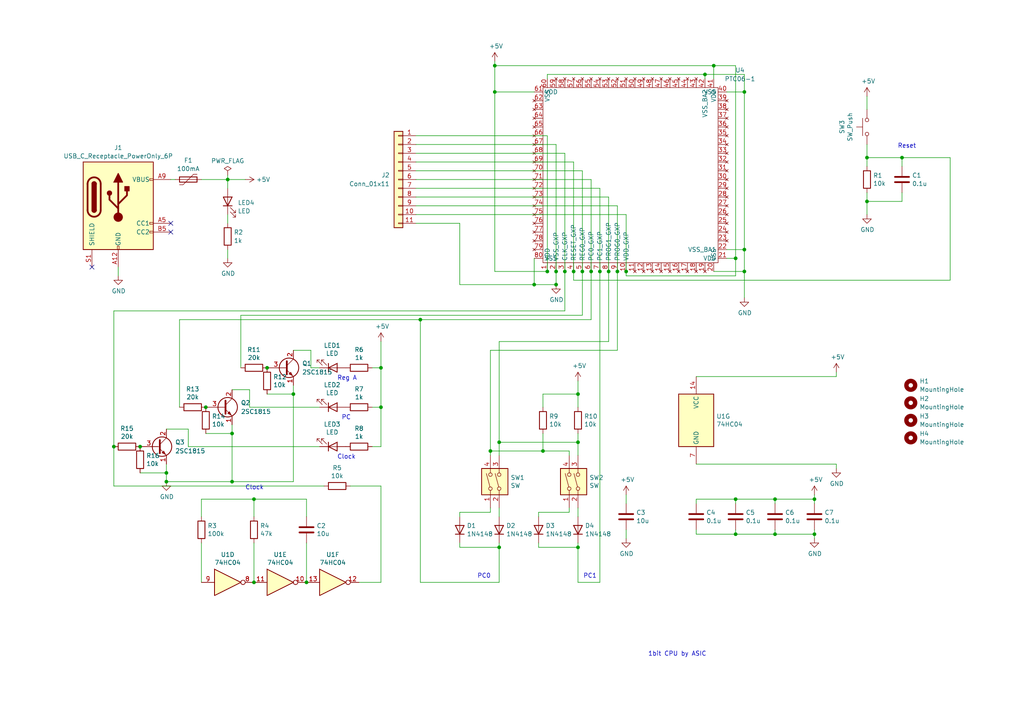
<source format=kicad_sch>
(kicad_sch (version 20231120) (generator "eeschema") (generator_version "8.0")
  (paper "A4")
  (lib_symbols
    (symbol "1bit-cpu-rescue:PTC06-1_GxP"
      (property "Reference" "U" (at 0 0 0))
      (property "Value" "PTC06-1" (at 3.81 -2.032 0))
      (symbol "PTC06-1_GxP_0_1"
        (rectangle (start -25.4 26.67) (end 25.4 -24.13))
      )
      (symbol "PTC06-1_GxP_1_0"
        (pin power_in line (at -24.13 -26.67 90) (length 2.54) (name "VDD") (number "1"))
        (pin power_out line (at -1.27 -26.67 90) (length 2.54) (name "VDD_GXP") (number "10"))
        (pin no_connect line (at 1.27 -26.67 90) (length 2.54) (name "") (number "11"))
        (pin no_connect line (at 3.81 -26.67 90) (length 2.54) (name "") (number "12"))
        (pin no_connect line (at 6.35 -26.67 90) (length 2.54) (name "") (number "13"))
        (pin no_connect line (at 8.89 -26.67 90) (length 2.54) (name "") (number "14"))
        (pin no_connect line (at 11.43 -26.67 90) (length 2.54) (name "") (number "15"))
        (pin no_connect line (at 13.97 -26.67 90) (length 2.54) (name "") (number "16"))
        (pin no_connect line (at 16.51 -26.67 90) (length 2.54) (name "") (number "17"))
        (pin no_connect line (at 19.05 -26.67 90) (length 2.54) (name "") (number "18"))
        (pin no_connect line (at 21.59 -26.67 90) (length 2.54) (name "") (number "19"))
        (pin power_in line (at -21.59 -26.67 90) (length 2.54) (name "VSS_GXP") (number "2"))
        (pin power_in line (at 24.13 -26.67 90) (length 2.54) (name "VSS") (number "20"))
        (pin power_in line (at 27.94 -22.86 180) (length 2.54) (name "VDD") (number "21"))
        (pin power_in line (at 27.94 -20.32 180) (length 2.54) (name "VSS_BA1") (number "22"))
        (pin no_connect line (at 27.94 -17.78 180) (length 2.54) (name "") (number "23"))
        (pin no_connect line (at 27.94 -15.24 180) (length 2.54) (name "") (number "24"))
        (pin no_connect line (at 27.94 -12.7 180) (length 2.54) (name "") (number "25"))
        (pin no_connect line (at 27.94 -10.16 180) (length 2.54) (name "") (number "26"))
        (pin no_connect line (at 27.94 -7.62 180) (length 2.54) (name "") (number "27"))
        (pin no_connect line (at 27.94 -5.08 180) (length 2.54) (name "") (number "28"))
        (pin no_connect line (at 27.94 -2.54 180) (length 2.54) (name "") (number "29"))
        (pin input line (at -19.05 -26.67 90) (length 2.54) (name "CLK_GXP") (number "3"))
        (pin no_connect line (at 27.94 0 180) (length 2.54) (name "") (number "30"))
        (pin no_connect line (at 27.94 2.54 180) (length 2.54) (name "") (number "31"))
        (pin no_connect line (at 27.94 5.08 180) (length 2.54) (name "") (number "32"))
        (pin no_connect line (at 27.94 7.62 180) (length 2.54) (name "") (number "33"))
        (pin no_connect line (at 27.94 10.16 180) (length 2.54) (name "") (number "34"))
        (pin no_connect line (at 27.94 12.7 180) (length 2.54) (name "") (number "35"))
        (pin no_connect line (at 27.94 15.24 180) (length 2.54) (name "") (number "36"))
        (pin no_connect line (at 27.94 17.78 180) (length 2.54) (name "") (number "37"))
        (pin no_connect line (at 27.94 20.32 180) (length 2.54) (name "") (number "38"))
        (pin no_connect line (at 27.94 22.86 180) (length 2.54) (name "") (number "39"))
        (pin output line (at -16.51 -26.67 90) (length 2.54) (name "RESET_GXP") (number "4"))
        (pin power_in line (at 27.94 25.4 180) (length 2.54) (name "VSS") (number "40"))
        (pin power_in line (at 24.13 29.21 270) (length 2.54) (name "VDD") (number "41"))
        (pin power_in line (at 21.59 29.21 270) (length 2.54) (name "VSS_BA2") (number "42"))
        (pin no_connect line (at 19.05 29.21 270) (length 2.54) (name "") (number "43"))
        (pin no_connect line (at 16.51 29.21 270) (length 2.54) (name "") (number "44"))
        (pin no_connect line (at 13.97 29.21 270) (length 2.54) (name "") (number "45"))
        (pin no_connect line (at 11.43 29.21 270) (length 2.54) (name "") (number "46"))
        (pin no_connect line (at 8.89 29.21 270) (length 2.54) (name "") (number "47"))
        (pin no_connect line (at 6.35 29.21 270) (length 2.54) (name "") (number "48"))
        (pin no_connect line (at 3.81 29.21 270) (length 2.54) (name "") (number "49"))
        (pin output line (at -13.97 -26.67 90) (length 2.54) (name "REG0_GXP") (number "5"))
        (pin no_connect line (at 1.27 29.21 270) (length 2.54) (name "") (number "50"))
        (pin no_connect line (at -1.27 29.21 270) (length 2.54) (name "") (number "51"))
        (pin no_connect line (at -3.81 29.21 270) (length 2.54) (name "") (number "52"))
        (pin no_connect line (at -6.35 29.21 270) (length 2.54) (name "") (number "53"))
        (pin no_connect line (at -8.89 29.21 270) (length 2.54) (name "") (number "54"))
        (pin no_connect line (at -11.43 29.21 270) (length 2.54) (name "") (number "55"))
        (pin no_connect line (at -13.97 29.21 270) (length 2.54) (name "") (number "56"))
        (pin no_connect line (at -16.51 29.21 270) (length 2.54) (name "") (number "57"))
        (pin no_connect line (at -19.05 29.21 270) (length 2.54) (name "") (number "58"))
        (pin no_connect line (at -21.59 29.21 270) (length 2.54) (name "") (number "59"))
        (pin output line (at -11.43 -26.67 90) (length 2.54) (name "PC0_GXP") (number "6"))
        (pin power_in line (at -24.13 29.21 270) (length 2.54) (name "VSS") (number "60"))
        (pin power_in line (at -27.94 25.4 0) (length 2.54) (name "VDD") (number "61"))
        (pin no_connect line (at -27.94 22.86 0) (length 2.54) (name "") (number "62"))
        (pin no_connect line (at -27.94 20.32 0) (length 2.54) (name "") (number "63"))
        (pin no_connect line (at -27.94 17.78 0) (length 2.54) (name "") (number "64"))
        (pin no_connect line (at -27.94 15.24 0) (length 2.54) (name "") (number "65"))
        (pin no_connect line (at -27.94 12.7 0) (length 2.54) (name "") (number "66"))
        (pin no_connect line (at -27.94 10.16 0) (length 2.54) (name "") (number "67"))
        (pin no_connect line (at -27.94 7.62 0) (length 2.54) (name "") (number "68"))
        (pin no_connect line (at -27.94 5.08 0) (length 2.54) (name "") (number "69"))
        (pin output line (at -8.89 -26.67 90) (length 2.54) (name "PC1_GXP") (number "7"))
        (pin no_connect line (at -27.94 2.54 0) (length 2.54) (name "") (number "70"))
        (pin no_connect line (at -27.94 0 0) (length 2.54) (name "") (number "71"))
        (pin no_connect line (at -27.94 -2.54 0) (length 2.54) (name "") (number "72"))
        (pin no_connect line (at -27.94 -5.08 0) (length 2.54) (name "") (number "73"))
        (pin no_connect line (at -27.94 -7.62 0) (length 2.54) (name "") (number "74"))
        (pin no_connect line (at -27.94 -10.16 0) (length 2.54) (name "") (number "75"))
        (pin no_connect line (at -27.94 -12.7 0) (length 2.54) (name "") (number "76"))
        (pin no_connect line (at -27.94 -15.24 0) (length 2.54) (name "") (number "77"))
        (pin no_connect line (at -27.94 -17.78 0) (length 2.54) (name "") (number "78"))
        (pin no_connect line (at -27.94 -20.32 0) (length 2.54) (name "") (number "79"))
        (pin input line (at -6.35 -26.67 90) (length 2.54) (name "PROG1_GXP") (number "8"))
        (pin power_in line (at -27.94 -22.86 0) (length 2.54) (name "VSS") (number "80"))
        (pin input line (at -3.81 -26.67 90) (length 2.54) (name "PROG0_GXP") (number "9"))
      )
    )
    (symbol "74xx:74HC04"
      (property "Reference" "U" (at 0 1.27 0))
      (property "Value" "74HC04" (at 0 -1.27 0))
      (symbol "74HC04_1_0"
        (polyline (pts (xy -3.81 3.81) (xy -3.81 -3.81) (xy 3.81 0) (xy -3.81 3.81)) (stroke (width 0.254)) (fill (type background)))
        (pin input line (at -7.62 0 0) (length 3.81) (name "~") (number "1"))
        (pin output inverted (at 7.62 0 180) (length 3.81) (name "~") (number "2"))
      )
      (symbol "74HC04_2_0"
        (polyline (pts (xy -3.81 3.81) (xy -3.81 -3.81) (xy 3.81 0) (xy -3.81 3.81)) (stroke (width 0.254)) (fill (type background)))
        (pin input line (at -7.62 0 0) (length 3.81) (name "~") (number "3"))
        (pin output inverted (at 7.62 0 180) (length 3.81) (name "~") (number "4"))
      )
      (symbol "74HC04_3_0"
        (polyline (pts (xy -3.81 3.81) (xy -3.81 -3.81) (xy 3.81 0) (xy -3.81 3.81)) (stroke (width 0.254)) (fill (type background)))
        (pin input line (at -7.62 0 0) (length 3.81) (name "~") (number "5"))
        (pin output inverted (at 7.62 0 180) (length 3.81) (name "~") (number "6"))
      )
      (symbol "74HC04_4_0"
        (polyline (pts (xy -3.81 3.81) (xy -3.81 -3.81) (xy 3.81 0) (xy -3.81 3.81)) (stroke (width 0.254)) (fill (type background)))
        (pin output inverted (at 7.62 0 180) (length 3.81) (name "~") (number "8"))
        (pin input line (at -7.62 0 0) (length 3.81) (name "~") (number "9"))
      )
      (symbol "74HC04_5_0"
        (polyline (pts (xy -3.81 3.81) (xy -3.81 -3.81) (xy 3.81 0) (xy -3.81 3.81)) (stroke (width 0.254)) (fill (type background)))
        (pin output inverted (at 7.62 0 180) (length 3.81) (name "~") (number "10"))
        (pin input line (at -7.62 0 0) (length 3.81) (name "~") (number "11"))
      )
      (symbol "74HC04_6_0"
        (polyline (pts (xy -3.81 3.81) (xy -3.81 -3.81) (xy 3.81 0) (xy -3.81 3.81)) (stroke (width 0.254)) (fill (type background)))
        (pin output inverted (at 7.62 0 180) (length 3.81) (name "~") (number "12"))
        (pin input line (at -7.62 0 0) (length 3.81) (name "~") (number "13"))
      )
      (symbol "74HC04_7_0"
        (pin power_in line (at 0 12.7 270) (length 5.08) (name "VCC") (number "14"))
        (pin power_in line (at 0 -12.7 90) (length 5.08) (name "GND") (number "7"))
      )
      (symbol "74HC04_7_1"
        (rectangle (start -5.08 7.62) (end 5.08 -7.62) (stroke (width 0.254)) (fill (type background)))
      )
    )
    (symbol "Connector:USB_C_Receptacle_PowerOnly_6P" (pin_names (offset 1.016))
      (property "Reference" "J" (at 0 16.51 0))
      (property "Value" "USB_C_Receptacle_PowerOnly_6P" (at 0 13.97 0))
      (symbol "USB_C_Receptacle_PowerOnly_6P_0_0"
        (rectangle (start -0.254 -12.7) (end 0.254 -11.684))
        (rectangle (start 10.16 -7.366) (end 9.144 -7.874))
        (rectangle (start 10.16 -4.826) (end 9.144 -5.334))
        (rectangle (start 10.16 7.874) (end 9.144 7.366))
      )
      (symbol "USB_C_Receptacle_PowerOnly_6P_0_1"
        (rectangle (start -10.16 12.7) (end 10.16 -12.7) (stroke (width 0.254)) (fill (type background)))
        (arc (start -8.89 -1.27) (mid -6.985 -3.1667) (end -5.08 -1.27) (stroke (width 0.508)))
        (arc (start -7.62 -1.27) (mid -6.985 -1.9023) (end -6.35 -1.27) (stroke (width 0.254)))
        (arc (start -7.62 -1.27) (mid -6.985 -1.9023) (end -6.35 -1.27) (stroke (width 0.254)) (fill (type outline)))
        (rectangle (start -7.62 -1.27) (end -6.35 6.35) (stroke (width 0.254)) (fill (type outline)))
        (arc (start -6.35 6.35) (mid -6.985 6.9823) (end -7.62 6.35) (stroke (width 0.254)))
        (arc (start -6.35 6.35) (mid -6.985 6.9823) (end -7.62 6.35) (stroke (width 0.254)) (fill (type outline)))
        (arc (start -5.08 6.35) (mid -6.985 8.2467) (end -8.89 6.35) (stroke (width 0.508)))
        (circle (center -2.54 3.683) (radius 0.635) (stroke (width 0.254)) (fill (type outline)))
        (circle (center 0 -3.302) (radius 1.27) (fill (type outline)))
        (polyline (pts (xy -8.89 -1.27) (xy -8.89 6.35)) (stroke (width 0.508)))
        (polyline (pts (xy -5.08 6.35) (xy -5.08 -1.27)) (stroke (width 0.508)))
        (polyline (pts (xy 0 -3.302) (xy 0 6.858)) (stroke (width 0.508)))
        (polyline (pts (xy 0 -0.762) (xy -2.54 1.778) (xy -2.54 3.048)) (stroke (width 0.508)))
        (polyline (pts (xy 0 0.508) (xy 2.54 3.048) (xy 2.54 4.318)) (stroke (width 0.508)))
        (polyline (pts (xy -1.27 6.858) (xy 0 9.398) (xy 1.27 6.858) (xy -1.27 6.858)) (stroke (width 0.254)) (fill (type outline)))
        (rectangle (start 1.905 4.318) (end 3.175 5.588) (stroke (width 0.254)) (fill (type outline)))
      )
      (symbol "USB_C_Receptacle_PowerOnly_6P_1_1"
        (pin passive line (at 0 -17.78 90) (length 5.08) (name "GND") (number "A12"))
        (pin bidirectional line (at 15.24 -5.08 180) (length 5.08) (name "CC1") (number "A5"))
        (pin passive line (at 15.24 7.62 180) (length 5.08) (name "VBUS") (number "A9"))
        (pin passive line (at 0 -17.78 90) (length 5.08) hide (name "GND") (number "B12"))
        (pin bidirectional line (at 15.24 -7.62 180) (length 5.08) (name "CC2") (number "B5"))
        (pin passive line (at 15.24 7.62 180) (length 5.08) hide (name "VBUS") (number "B9"))
        (pin passive line (at -7.62 -17.78 90) (length 5.08) (name "SHIELD") (number "S1"))
      )
    )
    (symbol "Connector_Generic:Conn_01x11" (pin_names (offset 1.016) hide)
      (property "Reference" "J" (at 0 15.24 0))
      (property "Value" "Conn_01x11" (at 0 -15.24 0))
      (symbol "Conn_01x11_1_1"
        (rectangle (start -1.27 -12.573) (end 0 -12.827) (stroke (width 0.1524)))
        (rectangle (start -1.27 -10.033) (end 0 -10.287) (stroke (width 0.1524)))
        (rectangle (start -1.27 -7.493) (end 0 -7.747) (stroke (width 0.1524)))
        (rectangle (start -1.27 -4.953) (end 0 -5.207) (stroke (width 0.1524)))
        (rectangle (start -1.27 -2.413) (end 0 -2.667) (stroke (width 0.1524)))
        (rectangle (start -1.27 0.127) (end 0 -0.127) (stroke (width 0.1524)))
        (rectangle (start -1.27 2.667) (end 0 2.413) (stroke (width 0.1524)))
        (rectangle (start -1.27 5.207) (end 0 4.953) (stroke (width 0.1524)))
        (rectangle (start -1.27 7.747) (end 0 7.493) (stroke (width 0.1524)))
        (rectangle (start -1.27 10.287) (end 0 10.033) (stroke (width 0.1524)))
        (rectangle (start -1.27 12.827) (end 0 12.573) (stroke (width 0.1524)))
        (rectangle (start -1.27 13.97) (end 1.27 -13.97) (stroke (width 0.254)) (fill (type background)))
        (pin passive line (at -5.08 12.7 0) (length 3.81) (name "Pin_1") (number "1"))
        (pin passive line (at -5.08 -10.16 0) (length 3.81) (name "Pin_10") (number "10"))
        (pin passive line (at -5.08 -12.7 0) (length 3.81) (name "Pin_11") (number "11"))
        (pin passive line (at -5.08 10.16 0) (length 3.81) (name "Pin_2") (number "2"))
        (pin passive line (at -5.08 7.62 0) (length 3.81) (name "Pin_3") (number "3"))
        (pin passive line (at -5.08 5.08 0) (length 3.81) (name "Pin_4") (number "4"))
        (pin passive line (at -5.08 2.54 0) (length 3.81) (name "Pin_5") (number "5"))
        (pin passive line (at -5.08 0 0) (length 3.81) (name "Pin_6") (number "6"))
        (pin passive line (at -5.08 -2.54 0) (length 3.81) (name "Pin_7") (number "7"))
        (pin passive line (at -5.08 -5.08 0) (length 3.81) (name "Pin_8") (number "8"))
        (pin passive line (at -5.08 -7.62 0) (length 3.81) (name "Pin_9") (number "9"))
      )
    )
    (symbol "Device:C" (pin_numbers hide) (pin_names (offset 0.254))
      (property "Reference" "C" (at 0.635 2.54 0))
      (property "Value" "C" (at 0.635 -2.54 0))
      (symbol "C_0_1"
        (polyline (pts (xy -2.032 -0.762) (xy 2.032 -0.762)) (stroke (width 0.508)))
        (polyline (pts (xy -2.032 0.762) (xy 2.032 0.762)) (stroke (width 0.508)))
      )
      (symbol "C_1_1"
        (pin passive line (at 0 3.81 270) (length 2.794) (name "~") (number "1"))
        (pin passive line (at 0 -3.81 90) (length 2.794) (name "~") (number "2"))
      )
    )
    (symbol "Device:LED" (pin_numbers hide) (pin_names (offset 1.016) hide)
      (property "Reference" "D" (at 0 2.54 0))
      (property "Value" "LED" (at 0 -2.54 0))
      (symbol "LED_0_1"
        (polyline (pts (xy -1.27 -1.27) (xy -1.27 1.27)) (stroke (width 0.254)))
        (polyline (pts (xy -1.27 0) (xy 1.27 0)))
        (polyline (pts (xy 1.27 -1.27) (xy 1.27 1.27) (xy -1.27 0) (xy 1.27 -1.27)) (stroke (width 0.254)))
        (polyline (pts (xy -3.048 -0.762) (xy -4.572 -2.286) (xy -3.81 -2.286) (xy -4.572 -2.286) (xy -4.572 -1.524)))
        (polyline (pts (xy -1.778 -0.762) (xy -3.302 -2.286) (xy -2.54 -2.286) (xy -3.302 -2.286) (xy -3.302 -1.524)))
      )
      (symbol "LED_1_1"
        (pin passive line (at -3.81 0 0) (length 2.54) (name "K") (number "1"))
        (pin passive line (at 3.81 0 180) (length 2.54) (name "A") (number "2"))
      )
    )
    (symbol "Device:Polyfuse" (pin_numbers hide) (pin_names (offset 0))
      (property "Reference" "F" (at -2.54 0 90))
      (property "Value" "Polyfuse" (at 2.54 0 90))
      (symbol "Polyfuse_0_1"
        (rectangle (start -0.762 2.54) (end 0.762 -2.54) (stroke (width 0.254)))
        (polyline (pts (xy 0 2.54) (xy 0 -2.54)))
        (polyline (pts (xy -1.524 2.54) (xy -1.524 1.524) (xy 1.524 -1.524) (xy 1.524 -2.54)))
      )
      (symbol "Polyfuse_1_1"
        (pin passive line (at 0 3.81 270) (length 1.27) (name "~") (number "1"))
        (pin passive line (at 0 -3.81 90) (length 1.27) (name "~") (number "2"))
      )
    )
    (symbol "Device:R" (pin_numbers hide) (pin_names (offset 0))
      (property "Reference" "R" (at 2.032 0 90))
      (property "Value" "R" (at 0 0 90))
      (symbol "R_0_1"
        (rectangle (start -1.016 -2.54) (end 1.016 2.54) (stroke (width 0.254)))
      )
      (symbol "R_1_1"
        (pin passive line (at 0 3.81 270) (length 1.27) (name "~") (number "1"))
        (pin passive line (at 0 -3.81 90) (length 1.27) (name "~") (number "2"))
      )
    )
    (symbol "Diode:1N4148" (pin_numbers hide) (pin_names hide)
      (property "Reference" "D" (at 0 2.54 0))
      (property "Value" "1N4148" (at 0 -2.54 0))
      (symbol "1N4148_0_1"
        (polyline (pts (xy -1.27 1.27) (xy -1.27 -1.27)) (stroke (width 0.254)))
        (polyline (pts (xy 1.27 0) (xy -1.27 0)))
        (polyline (pts (xy 1.27 1.27) (xy 1.27 -1.27) (xy -1.27 0) (xy 1.27 1.27)) (stroke (width 0.254)))
      )
      (symbol "1N4148_1_1"
        (pin passive line (at -3.81 0 0) (length 2.54) (name "K") (number "1"))
        (pin passive line (at 3.81 0 180) (length 2.54) (name "A") (number "2"))
      )
    )
    (symbol "Mechanical:MountingHole" (pin_names (offset 1.016))
      (property "Reference" "H" (at 0 5.08 0))
      (property "Value" "MountingHole" (at 0 3.175 0))
      (symbol "MountingHole_0_1"
        (circle (center 0 0) (radius 1.27) (stroke (width 1.27)))
      )
    )
    (symbol "Switch:SW_DIP_x02" (pin_names (offset 0) hide)
      (property "Reference" "SW" (at 0 6.35 0))
      (property "Value" "SW_DIP_x02" (at 0 -3.81 0))
      (symbol "SW_DIP_x02_0_0"
        (circle (center -2.032 0) (radius 0.508))
        (circle (center -2.032 2.54) (radius 0.508))
        (polyline (pts (xy -1.524 0.127) (xy 2.3622 1.1684)))
        (polyline (pts (xy -1.524 2.667) (xy 2.3622 3.7084)))
        (circle (center 2.032 0) (radius 0.508))
        (circle (center 2.032 2.54) (radius 0.508))
      )
      (symbol "SW_DIP_x02_0_1"
        (rectangle (start -3.81 5.08) (end 3.81 -2.54) (stroke (width 0.254)) (fill (type background)))
      )
      (symbol "SW_DIP_x02_1_1"
        (pin passive line (at -7.62 2.54 0) (length 5.08) (name "~") (number "1"))
        (pin passive line (at -7.62 0 0) (length 5.08) (name "~") (number "2"))
        (pin passive line (at 7.62 0 180) (length 5.08) (name "~") (number "3"))
        (pin passive line (at 7.62 2.54 180) (length 5.08) (name "~") (number "4"))
      )
    )
    (symbol "Switch:SW_Push" (pin_numbers hide) (pin_names (offset 1.016) hide)
      (property "Reference" "SW" (at 1.27 2.54 0))
      (property "Value" "SW_Push" (at 0 -1.524 0))
      (symbol "SW_Push_0_1"
        (circle (center -2.032 0) (radius 0.508))
        (polyline (pts (xy 0 1.27) (xy 0 3.048)))
        (polyline (pts (xy 2.54 1.27) (xy -2.54 1.27)))
        (circle (center 2.032 0) (radius 0.508))
        (pin passive line (at -5.08 0 0) (length 2.54) (name "1") (number "1"))
        (pin passive line (at 5.08 0 180) (length 2.54) (name "2") (number "2"))
      )
    )
    (symbol "Transistor_BJT:2SC1815" (pin_names (offset 0) hide)
      (property "Reference" "Q" (at 5.08 1.905 0))
      (property "Value" "2SC1815" (at 5.08 0 0))
      (symbol "2SC1815_0_1"
        (polyline (pts (xy 0 0) (xy 0.508 0)))
        (polyline (pts (xy 0.635 0.635) (xy 2.54 2.54)))
        (polyline (pts (xy 0.635 -0.635) (xy 2.54 -2.54) (xy 2.54 -2.54)))
        (polyline (pts (xy 0.635 1.905) (xy 0.635 -1.905) (xy 0.635 -1.905)) (stroke (width 0.508)))
        (polyline (pts (xy 1.27 -1.778) (xy 1.778 -1.27) (xy 2.286 -2.286) (xy 1.27 -1.778) (xy 1.27 -1.778)) (fill (type outline)))
        (circle (center 1.27 0) (radius 2.8194) (stroke (width 0.254)))
      )
      (symbol "2SC1815_1_1"
        (pin passive line (at 2.54 -5.08 90) (length 2.54) (name "E") (number "1"))
        (pin passive line (at 2.54 5.08 270) (length 2.54) (name "C") (number "2"))
        (pin input line (at -5.08 0 0) (length 5.08) (name "B") (number "3"))
      )
    )
    (symbol "power:+5V" (power) (pin_names (offset 0))
      (property "Value" "+5V" (at 0 3.556 0))
      (symbol "+5V_0_1"
        (polyline (pts (xy -0.762 1.27) (xy 0 2.54)))
        (polyline (pts (xy 0 0) (xy 0 2.54)))
        (polyline (pts (xy 0 2.54) (xy 0.762 1.27)))
      )
      (symbol "+5V_1_1"
        (pin power_in line (at 0 0 90) (length 0) hide (name "+5V") (number "1"))
      )
    )
    (symbol "power:GND" (power) (pin_names (offset 0))
      (property "Value" "GND" (at 0 -3.81 0))
      (symbol "GND_0_1"
        (polyline (pts (xy 0 0) (xy 0 -1.27) (xy 1.27 -1.27) (xy 0 -2.54) (xy -1.27 -1.27) (xy 0 -1.27)))
      )
      (symbol "GND_1_1"
        (pin power_in line (at 0 0 270) (length 0) hide (name "GND") (number "1"))
      )
    )
    (symbol "power:PWR_FLAG" (power) (pin_numbers hide) (pin_names (offset 0) hide)
      (property "Value" "PWR_FLAG" (at 0 3.81 0))
      (symbol "PWR_FLAG_0_0"
        (pin power_out line (at 0 0 90) (length 0) (name "pwr") (number "1"))
      )
      (symbol "PWR_FLAG_0_1"
        (polyline (pts (xy 0 0) (xy 0 1.27) (xy -1.016 1.905) (xy 0 2.54) (xy 1.016 1.905) (xy 0 1.27)))
      )
    )
  )
  (junction (at 157.48 130.81))
  (junction (at 171.45 78.74))
  (junction (at 59.69 118.11))
  (junction (at 73.66 144.78))
  (junction (at 77.47 106.68))
  (junction (at 213.36 144.78))
  (junction (at 85.09 114.3))
  (junction (at 67.31 125.73))
  (junction (at 168.91 78.74))
  (junction (at 207.01 19.05))
  (junction (at 167.64 114.3))
  (junction (at 163.83 78.74))
  (junction (at 144.78 158.75))
  (junction (at 204.47 21.59))
  (junction (at 236.22 154.94))
  (junction (at 110.49 106.68))
  (junction (at 88.9 168.91))
  (junction (at 224.79 144.78))
  (junction (at 48.26 139.7))
  (junction (at 215.9 78.74))
  (junction (at 67.31 139.7))
  (junction (at 251.46 58.42))
  (junction (at 142.24 130.81))
  (junction (at 161.29 78.74))
  (junction (at 213.36 74.93))
  (junction (at 181.61 78.74))
  (junction (at 73.66 168.91))
  (junction (at 173.99 78.74))
  (junction (at 224.79 154.94))
  (junction (at 261.62 45.72))
  (junction (at 40.64 129.54))
  (junction (at 176.53 78.74))
  (junction (at 143.51 19.05))
  (junction (at 215.9 72.39))
  (junction (at 215.9 26.67))
  (junction (at 143.51 26.67))
  (junction (at 166.37 78.74))
  (junction (at 167.64 128.27))
  (junction (at 33.02 129.54))
  (junction (at 154.94 82.55))
  (junction (at 251.46 45.72))
  (junction (at 121.92 92.71))
  (junction (at 213.36 154.94))
  (junction (at 144.78 128.27))
  (junction (at 236.22 144.78))
  (junction (at 66.04 52.07))
  (junction (at 158.75 78.74))
  (junction (at 161.29 82.55))
  (junction (at 167.64 158.75))
  (junction (at 48.26 137.16))
  (junction (at 110.49 118.11))
  (junction (at 179.07 78.74))
  (no_connect (at 49.53 64.77))
  (no_connect (at 26.67 77.47))
  (no_connect (at 49.53 67.31))
  (wire (pts (xy 213.36 153.67) (xy 213.36 154.94)))
  (wire (pts (xy 101.6 140.97) (xy 110.49 140.97)))
  (wire (pts (xy 133.35 82.55) (xy 154.94 82.55)))
  (wire (pts (xy 168.91 91.44) (xy 168.91 78.74)))
  (wire (pts (xy 120.65 46.99) (xy 166.37 46.99)))
  (wire (pts (xy 120.65 57.15) (xy 176.53 57.15)))
  (wire (pts (xy 133.35 64.77) (xy 133.35 82.55)))
  (wire (pts (xy 33.02 129.54) (xy 33.02 90.17)))
  (wire (pts (xy 107.95 118.11) (xy 110.49 118.11)))
  (wire (pts (xy 110.49 106.68) (xy 110.49 118.11)))
  (wire (pts (xy 67.31 123.19) (xy 67.31 125.73)))
  (wire (pts (xy 275.59 45.72) (xy 275.59 81.28)))
  (wire (pts (xy 158.75 22.86) (xy 158.75 21.59)))
  (wire (pts (xy 242.57 135.89) (xy 242.57 134.62)))
  (wire (pts (xy 251.46 45.72) (xy 251.46 48.26)))
  (wire (pts (xy 207.01 19.05) (xy 213.36 19.05)))
  (wire (pts (xy 142.24 101.6) (xy 142.24 130.81)))
  (wire (pts (xy 121.92 168.91) (xy 144.78 168.91)))
  (wire (pts (xy 110.49 118.11) (xy 110.49 129.54)))
  (wire (pts (xy 161.29 78.74) (xy 161.29 82.55)))
  (wire (pts (xy 242.57 109.22) (xy 242.57 107.95)))
  (wire (pts (xy 181.61 143.51) (xy 181.61 146.05)))
  (wire (pts (xy 251.46 55.88) (xy 251.46 58.42)))
  (wire (pts (xy 58.42 144.78) (xy 73.66 144.78)))
  (wire (pts (xy 133.35 148.59) (xy 142.24 148.59)))
  (wire (pts (xy 201.93 134.62) (xy 242.57 134.62)))
  (wire (pts (xy 133.35 157.48) (xy 133.35 158.75)))
  (wire (pts (xy 52.07 92.71) (xy 121.92 92.71)))
  (wire (pts (xy 224.79 153.67) (xy 224.79 154.94)))
  (wire (pts (xy 215.9 72.39) (xy 215.9 78.74)))
  (wire (pts (xy 157.48 114.3) (xy 167.64 114.3)))
  (wire (pts (xy 73.66 157.48) (xy 73.66 168.91)))
  (wire (pts (xy 167.64 110.49) (xy 167.64 114.3)))
  (wire (pts (xy 201.93 144.78) (xy 213.36 144.78)))
  (wire (pts (xy 181.61 80.01) (xy 213.36 80.01)))
  (wire (pts (xy 161.29 41.91) (xy 161.29 78.74)))
  (wire (pts (xy 236.22 146.05) (xy 236.22 144.78)))
  (wire (pts (xy 167.64 128.27) (xy 144.78 128.27)))
  (wire (pts (xy 143.51 19.05) (xy 207.01 19.05)))
  (wire (pts (xy 179.07 59.69) (xy 179.07 78.74)))
  (wire (pts (xy 120.65 44.45) (xy 163.83 44.45)))
  (wire (pts (xy 167.64 125.73) (xy 167.64 128.27)))
  (wire (pts (xy 144.78 99.06) (xy 144.78 128.27)))
  (wire (pts (xy 120.65 41.91) (xy 161.29 41.91)))
  (wire (pts (xy 251.46 58.42) (xy 261.62 58.42)))
  (wire (pts (xy 181.61 62.23) (xy 181.61 78.74)))
  (wire (pts (xy 224.79 144.78) (xy 236.22 144.78)))
  (wire (pts (xy 48.26 137.16) (xy 48.26 139.7)))
  (wire (pts (xy 85.09 101.6) (xy 90.17 101.6)))
  (wire (pts (xy 181.61 78.74) (xy 181.61 80.01)))
  (wire (pts (xy 171.45 92.71) (xy 171.45 78.74)))
  (wire (pts (xy 168.91 49.53) (xy 168.91 78.74)))
  (wire (pts (xy 251.46 45.72) (xy 261.62 45.72)))
  (wire (pts (xy 158.75 39.37) (xy 158.75 78.74)))
  (wire (pts (xy 213.36 19.05) (xy 213.36 74.93)))
  (wire (pts (xy 72.39 113.03) (xy 72.39 118.11)))
  (wire (pts (xy 204.47 21.59) (xy 215.9 21.59)))
  (wire (pts (xy 215.9 26.67) (xy 215.9 72.39)))
  (wire (pts (xy 236.22 153.67) (xy 236.22 154.94)))
  (wire (pts (xy 179.07 78.74) (xy 179.07 101.6)))
  (wire (pts (xy 121.92 92.71) (xy 171.45 92.71)))
  (wire (pts (xy 156.21 158.75) (xy 167.64 158.75)))
  (wire (pts (xy 210.82 26.67) (xy 215.9 26.67)))
  (wire (pts (xy 77.47 114.3) (xy 85.09 114.3)))
  (wire (pts (xy 215.9 21.59) (xy 215.9 26.67)))
  (wire (pts (xy 144.78 157.48) (xy 144.78 158.75)))
  (wire (pts (xy 71.12 52.07) (xy 66.04 52.07)))
  (wire (pts (xy 121.92 92.71) (xy 121.92 168.91)))
  (wire (pts (xy 120.65 52.07) (xy 171.45 52.07)))
  (wire (pts (xy 143.51 26.67) (xy 143.51 19.05)))
  (wire (pts (xy 67.31 139.7) (xy 48.26 139.7)))
  (wire (pts (xy 236.22 143.51) (xy 236.22 144.78)))
  (wire (pts (xy 85.09 139.7) (xy 67.31 139.7)))
  (wire (pts (xy 201.93 144.78) (xy 201.93 146.05)))
  (wire (pts (xy 251.46 41.91) (xy 251.46 45.72)))
  (wire (pts (xy 156.21 157.48) (xy 156.21 158.75)))
  (wire (pts (xy 201.93 154.94) (xy 213.36 154.94)))
  (wire (pts (xy 48.26 134.62) (xy 48.26 137.16)))
  (wire (pts (xy 40.64 137.16) (xy 48.26 137.16)))
  (wire (pts (xy 163.83 78.74) (xy 163.83 90.17)))
  (wire (pts (xy 33.02 140.97) (xy 93.98 140.97)))
  (wire (pts (xy 48.26 124.46) (xy 54.61 124.46)))
  (wire (pts (xy 224.79 146.05) (xy 224.79 144.78)))
  (wire (pts (xy 50.8 52.07) (xy 49.53 52.07)))
  (wire (pts (xy 154.94 82.55) (xy 161.29 82.55)))
  (wire (pts (xy 154.94 26.67) (xy 143.51 26.67)))
  (wire (pts (xy 207.01 19.05) (xy 207.01 22.86)))
  (wire (pts (xy 107.95 106.68) (xy 110.49 106.68)))
  (wire (pts (xy 167.64 114.3) (xy 167.64 118.11)))
  (wire (pts (xy 204.47 22.86) (xy 204.47 21.59)))
  (wire (pts (xy 210.82 72.39) (xy 215.9 72.39)))
  (wire (pts (xy 120.65 59.69) (xy 179.07 59.69)))
  (wire (pts (xy 210.82 74.93) (xy 213.36 74.93)))
  (wire (pts (xy 58.42 157.48) (xy 58.42 168.91)))
  (wire (pts (xy 176.53 57.15) (xy 176.53 78.74)))
  (wire (pts (xy 110.49 99.06) (xy 110.49 106.68)))
  (wire (pts (xy 261.62 45.72) (xy 275.59 45.72)))
  (wire (pts (xy 167.64 168.91) (xy 167.64 158.75)))
  (wire (pts (xy 171.45 52.07) (xy 171.45 78.74)))
  (wire (pts (xy 34.29 77.47) (xy 34.29 80.01)))
  (wire (pts (xy 59.69 125.73) (xy 67.31 125.73)))
  (wire (pts (xy 261.62 45.72) (xy 261.62 48.26)))
  (wire (pts (xy 213.36 144.78) (xy 213.36 146.05)))
  (wire (pts (xy 69.85 91.44) (xy 69.85 106.68)))
  (wire (pts (xy 213.36 154.94) (xy 224.79 154.94)))
  (wire (pts (xy 88.9 157.48) (xy 88.9 168.91)))
  (wire (pts (xy 142.24 101.6) (xy 179.07 101.6)))
  (wire (pts (xy 85.09 111.76) (xy 85.09 114.3)))
  (wire (pts (xy 181.61 153.67) (xy 181.61 156.21)))
  (wire (pts (xy 236.22 156.21) (xy 236.22 154.94)))
  (wire (pts (xy 107.95 129.54) (xy 110.49 129.54)))
  (wire (pts (xy 166.37 81.28) (xy 166.37 78.74)))
  (wire (pts (xy 157.48 118.11) (xy 157.48 114.3)))
  (wire (pts (xy 142.24 130.81) (xy 157.48 130.81)))
  (wire (pts (xy 66.04 62.23) (xy 66.04 64.77)))
  (wire (pts (xy 52.07 92.71) (xy 52.07 118.11)))
  (wire (pts (xy 215.9 78.74) (xy 215.9 86.36)))
  (wire (pts (xy 154.94 74.93) (xy 154.94 82.55)))
  (wire (pts (xy 66.04 74.93) (xy 66.04 72.39)))
  (wire (pts (xy 173.99 54.61) (xy 173.99 78.74)))
  (wire (pts (xy 92.71 106.68) (xy 90.17 106.68)))
  (wire (pts (xy 143.51 78.74) (xy 143.51 26.67)))
  (wire (pts (xy 166.37 81.28) (xy 275.59 81.28)))
  (wire (pts (xy 67.31 113.03) (xy 72.39 113.03)))
  (wire (pts (xy 66.04 50.8) (xy 66.04 52.07)))
  (wire (pts (xy 144.78 158.75) (xy 144.78 168.91)))
  (wire (pts (xy 167.64 158.75) (xy 167.64 157.48)))
  (wire (pts (xy 67.31 125.73) (xy 67.31 139.7)))
  (wire (pts (xy 176.53 99.06) (xy 144.78 99.06)))
  (wire (pts (xy 133.35 149.86) (xy 133.35 148.59)))
  (wire (pts (xy 213.36 144.78) (xy 224.79 144.78)))
  (wire (pts (xy 85.09 114.3) (xy 85.09 139.7)))
  (wire (pts (xy 104.14 168.91) (xy 110.49 168.91)))
  (wire (pts (xy 88.9 144.78) (xy 88.9 149.86)))
  (wire (pts (xy 58.42 149.86) (xy 58.42 144.78)))
  (wire (pts (xy 110.49 140.97) (xy 110.49 168.91)))
  (wire (pts (xy 73.66 144.78) (xy 73.66 149.86)))
  (wire (pts (xy 142.24 132.08) (xy 142.24 130.81)))
  (wire (pts (xy 133.35 158.75) (xy 144.78 158.75)))
  (wire (pts (xy 69.85 91.44) (xy 168.91 91.44)))
  (wire (pts (xy 72.39 118.11) (xy 92.71 118.11)))
  (wire (pts (xy 176.53 78.74) (xy 176.53 99.06)))
  (wire (pts (xy 158.75 21.59) (xy 204.47 21.59)))
  (wire (pts (xy 167.64 147.32) (xy 167.64 149.86)))
  (wire (pts (xy 236.22 154.94) (xy 224.79 154.94)))
  (wire (pts (xy 173.99 78.74) (xy 173.99 168.91)))
  (wire (pts (xy 120.65 54.61) (xy 173.99 54.61)))
  (wire (pts (xy 54.61 124.46) (xy 54.61 129.54)))
  (wire (pts (xy 156.21 149.86) (xy 156.21 148.59)))
  (wire (pts (xy 165.1 130.81) (xy 165.1 132.08)))
  (wire (pts (xy 120.65 39.37) (xy 158.75 39.37)))
  (wire (pts (xy 165.1 148.59) (xy 165.1 147.32)))
  (wire (pts (xy 163.83 44.45) (xy 163.83 78.74)))
  (wire (pts (xy 158.75 78.74) (xy 143.51 78.74)))
  (wire (pts (xy 173.99 168.91) (xy 167.64 168.91)))
  (wire (pts (xy 167.64 128.27) (xy 167.64 132.08)))
  (wire (pts (xy 213.36 74.93) (xy 213.36 80.01)))
  (wire (pts (xy 207.01 78.74) (xy 215.9 78.74)))
  (wire (pts (xy 33.02 90.17) (xy 163.83 90.17)))
  (wire (pts (xy 143.51 19.05) (xy 143.51 17.78)))
  (wire (pts (xy 156.21 148.59) (xy 165.1 148.59)))
  (wire (pts (xy 201.93 154.94) (xy 201.93 153.67)))
  (wire (pts (xy 261.62 55.88) (xy 261.62 58.42)))
  (wire (pts (xy 142.24 147.32) (xy 142.24 148.59)))
  (wire (pts (xy 251.46 27.94) (xy 251.46 31.75)))
  (wire (pts (xy 144.78 128.27) (xy 144.78 132.08)))
  (wire (pts (xy 58.42 52.07) (xy 66.04 52.07)))
  (wire (pts (xy 157.48 125.73) (xy 157.48 130.81)))
  (wire (pts (xy 201.93 109.22) (xy 242.57 109.22)))
  (wire (pts (xy 166.37 46.99) (xy 166.37 78.74)))
  (wire (pts (xy 33.02 140.97) (xy 33.02 129.54)))
  (wire (pts (xy 144.78 147.32) (xy 144.78 149.86)))
  (wire (pts (xy 120.65 62.23) (xy 181.61 62.23)))
  (wire (pts (xy 120.65 49.53) (xy 168.91 49.53)))
  (wire (pts (xy 120.65 64.77) (xy 133.35 64.77)))
  (wire (pts (xy 251.46 58.42) (xy 251.46 62.23)))
  (wire (pts (xy 157.48 130.81) (xy 165.1 130.81)))
  (wire (pts (xy 90.17 101.6) (xy 90.17 106.68)))
  (wire (pts (xy 66.04 52.07) (xy 66.04 54.61)))
  (wire (pts (xy 54.61 129.54) (xy 92.71 129.54)))
  (wire (pts (xy 73.66 144.78) (xy 88.9 144.78)))
  (text "Reg A" (at 97.79 110.49 0) (effects (font (size 1.27 1.27)) (justify left bottom)))
  (text "Clock" (at 71.12 142.24 0) (effects (font (size 1.27 1.27)) (justify left bottom)))
  (text "1bit CPU by ASIC\n" (at 187.96 190.5 0) (effects (font (size 1.27 1.27)) (justify left bottom)))
  (text "Clock" (at 97.79 133.35 0) (effects (font (size 1.27 1.27)) (justify left bottom)))
  (text "PC0" (at 138.43 167.894 0) (effects (font (size 1.27 1.27)) (justify left bottom)))
  (text "PC" (at 99.06 121.92 0) (effects (font (size 1.27 1.27)) (justify left bottom)))
  (text "PC1" (at 169.164 167.894 0) (effects (font (size 1.27 1.27)) (justify left bottom)))
  (text "Reset" (at 260.35 43.18 0) (effects (font (size 1.27 1.27)) (justify left bottom)))
  (symbol (lib_id "Switch:SW_DIP_x02") (at 144.78 139.7 90) (unit 1)
    (property "Reference" "SW1" (at 148.082 138.5316 90) (effects (justify right)))
    (property "Value" "SW" (at 148.082 140.843 90) (effects (justify right)))
    (property "Footprint" "Button_Switch_THT:SW_DIP_SPSTx02_Slide_9.78x7.26mm_W7.62mm_P2.54mm" (effects (hide yes)))
  )
  (symbol (lib_id "Switch:SW_DIP_x02") (at 167.64 139.7 90) (unit 1)
    (property "Reference" "SW2" (at 170.942 138.5316 90) (effects (justify right)))
    (property "Value" "SW" (at 170.942 140.843 90) (effects (justify right)))
    (property "Footprint" "Button_Switch_THT:SW_DIP_SPSTx02_Slide_9.78x7.26mm_W7.62mm_P2.54mm" (effects (hide yes)))
  )
  (symbol (lib_id "Device:R") (at 97.79 140.97 90) (mirror x) (unit 1)
    (property "Reference" "R5" (at 97.79 135.7122 90))
    (property "Value" "10k" (at 97.79 138.0236 90))
    (property "Footprint" "Resistor_THT:R_Axial_DIN0207_L6.3mm_D2.5mm_P7.62mm_Horizontal" (effects (hide yes)))
  )
  (symbol (lib_id "Device:R") (at 157.48 121.92 0) (unit 1)
    (property "Reference" "R9" (at 159.258 120.7516 0) (effects (justify left)))
    (property "Value" "10k" (at 159.258 123.063 0) (effects (justify left)))
    (property "Footprint" "Resistor_THT:R_Axial_DIN0207_L6.3mm_D2.5mm_P7.62mm_Horizontal" (effects (hide yes)))
  )
  (symbol (lib_id "Device:R") (at 167.64 121.92 0) (unit 1)
    (property "Reference" "R10" (at 169.418 120.7516 0) (effects (justify left)))
    (property "Value" "10k" (at 169.418 123.063 0) (effects (justify left)))
    (property "Footprint" "Resistor_THT:R_Axial_DIN0207_L6.3mm_D2.5mm_P7.62mm_Horizontal" (effects (hide yes)))
  )
  (symbol (lib_id "power:+5V") (at 167.64 110.49 0) (unit 1)
    (property "Reference" "#PWR08" (effects (hide yes)))
    (property "Value" "+5V" (at 168.021 106.0958 0))
  )
  (symbol (lib_id "Device:R") (at 104.14 106.68 90) (mirror x) (unit 1)
    (property "Reference" "R6" (at 104.14 101.4222 90))
    (property "Value" "1k" (at 104.14 103.7336 90))
    (property "Footprint" "Resistor_THT:R_Axial_DIN0207_L6.3mm_D2.5mm_P7.62mm_Horizontal" (effects (hide yes)))
  )
  (symbol (lib_id "Device:R") (at 104.14 118.11 90) (mirror x) (unit 1)
    (property "Reference" "R7" (at 104.14 112.8522 90))
    (property "Value" "1k" (at 104.14 115.1636 90))
    (property "Footprint" "Resistor_THT:R_Axial_DIN0207_L6.3mm_D2.5mm_P7.62mm_Horizontal" (effects (hide yes)))
  )
  (symbol (lib_id "Device:R") (at 104.14 129.54 90) (mirror x) (unit 1)
    (property "Reference" "R8" (at 104.14 124.2822 90))
    (property "Value" "1k" (at 104.14 126.5936 90))
    (property "Footprint" "Resistor_THT:R_Axial_DIN0207_L6.3mm_D2.5mm_P7.62mm_Horizontal" (effects (hide yes)))
  )
  (symbol (lib_id "Device:LED") (at 96.52 129.54 0) (mirror x) (unit 1)
    (property "Reference" "LED3" (at 96.3422 123.063 0))
    (property "Value" "LED" (at 96.3422 125.3744 0))
    (property "Footprint" "LED_THT:LED_D5.0mm" (effects (hide yes)))
  )
  (symbol (lib_id "Device:LED") (at 96.52 118.11 0) (mirror x) (unit 1)
    (property "Reference" "LED2" (at 96.3422 111.633 0))
    (property "Value" "LED" (at 96.3422 113.9444 0))
    (property "Footprint" "LED_THT:LED_D5.0mm" (effects (hide yes)))
  )
  (symbol (lib_id "Device:LED") (at 96.52 106.68 0) (mirror x) (unit 1)
    (property "Reference" "LED1" (at 96.3422 100.203 0))
    (property "Value" "LED" (at 96.3422 102.5144 0))
    (property "Footprint" "LED_THT:LED_D5.0mm" (effects (hide yes)))
  )
  (symbol (lib_id "power:+5V") (at 242.57 107.95 0) (unit 1)
    (property "Reference" "#PWR015" (effects (hide yes)))
    (property "Value" "+5V" (at 242.951 103.5558 0))
  )
  (symbol (lib_id "power:GND") (at 48.26 139.7 0) (unit 1)
    (property "Reference" "#PWR06" (effects (hide yes)))
    (property "Value" "GND" (at 48.387 144.0942 0))
  )
  (symbol (lib_id "power:+5V") (at 143.51 17.78 0) (unit 1)
    (property "Reference" "#PWR07" (effects (hide yes)))
    (property "Value" "+5V" (at 143.891 13.3858 0))
  )
  (symbol (lib_id "74xx:74HC04") (at 201.93 121.92 0) (unit 7)
    (property "Reference" "U1" (at 207.772 120.7516 0) (effects (justify left)))
    (property "Value" "74HC04" (at 207.772 123.063 0) (effects (justify left)))
    (property "Footprint" "Package_DIP:DIP-14_W7.62mm_Socket" (effects (hide yes)))
    (property "Datasheet" "https://assets.nexperia.com/documents/data-sheet/74HC_HCT04.pdf" (effects (hide yes)))
  )
  (symbol (lib_id "74xx:74HC04") (at 66.04 168.91 0) (unit 4)
    (property "Reference" "U1" (at 66.04 160.8582 0))
    (property "Value" "74HC04" (at 66.04 163.1696 0))
    (property "Footprint" "Package_DIP:DIP-14_W7.62mm_Socket" (effects (hide yes)))
    (property "Datasheet" "https://assets.nexperia.com/documents/data-sheet/74HC_HCT04.pdf" (effects (hide yes)))
  )
  (symbol (lib_id "74xx:74HC04") (at 81.28 168.91 0) (unit 5)
    (property "Reference" "U1" (at 81.28 160.8582 0))
    (property "Value" "74HC04" (at 81.28 163.1696 0))
    (property "Footprint" "Package_DIP:DIP-14_W7.62mm_Socket" (effects (hide yes)))
    (property "Datasheet" "https://assets.nexperia.com/documents/data-sheet/74HC_HCT04.pdf" (effects (hide yes)))
  )
  (symbol (lib_id "74xx:74HC04") (at 96.52 168.91 0) (unit 6)
    (property "Reference" "U1" (at 96.52 160.8582 0))
    (property "Value" "74HC04" (at 96.52 163.1696 0))
    (property "Footprint" "Package_DIP:DIP-14_W7.62mm_Socket" (effects (hide yes)))
    (property "Datasheet" "https://assets.nexperia.com/documents/data-sheet/74HC_HCT04.pdf" (effects (hide yes)))
  )
  (symbol (lib_id "Device:R") (at 58.42 153.67 0) (unit 1)
    (property "Reference" "R3" (at 60.198 152.5016 0) (effects (justify left)))
    (property "Value" "100k" (at 60.198 154.813 0) (effects (justify left)))
    (property "Footprint" "Resistor_THT:R_Axial_DIN0207_L6.3mm_D2.5mm_P7.62mm_Horizontal" (effects (hide yes)))
  )
  (symbol (lib_id "Device:R") (at 73.66 153.67 0) (unit 1)
    (property "Reference" "R4" (at 75.438 152.5016 0) (effects (justify left)))
    (property "Value" "47k" (at 75.438 154.813 0) (effects (justify left)))
    (property "Footprint" "Resistor_THT:R_Axial_DIN0207_L6.3mm_D2.5mm_P7.62mm_Horizontal" (effects (hide yes)))
  )
  (symbol (lib_id "Device:C") (at 88.9 153.67 0) (unit 1)
    (property "Reference" "C2" (at 91.821 152.5016 0) (effects (justify left)))
    (property "Value" "10u" (at 91.821 154.813 0) (effects (justify left)))
    (property "Footprint" "Capacitor_THT:C_Disc_D4.3mm_W1.9mm_P5.00mm" (effects (hide yes)))
  )
  (symbol (lib_id "power:+5V") (at 181.61 143.51 0) (unit 1)
    (property "Reference" "#PWR010" (effects (hide yes)))
    (property "Value" "+5V" (at 181.991 139.1158 0))
  )
  (symbol (lib_id "power:GND") (at 181.61 156.21 0) (unit 1)
    (property "Reference" "#PWR011" (effects (hide yes)))
    (property "Value" "GND" (at 181.737 160.6042 0))
  )
  (symbol (lib_id "Switch:SW_Push") (at 251.46 36.83 90) (mirror x) (unit 1)
    (property "Reference" "SW3" (at 244.221 36.83 0))
    (property "Value" "SW_Push" (at 246.5324 36.83 0))
    (property "Footprint" "Button_Switch_THT:SW_PUSH_6mm" (effects (hide yes)))
  )
  (symbol (lib_id "Device:R") (at 251.46 52.07 0) (unit 1)
    (property "Reference" "R1" (at 253.238 50.9016 0) (effects (justify left)))
    (property "Value" "10k" (at 253.238 53.213 0) (effects (justify left)))
    (property "Footprint" "Resistor_THT:R_Axial_DIN0207_L6.3mm_D2.5mm_P7.62mm_Horizontal" (effects (hide yes)))
  )
  (symbol (lib_id "power:GND") (at 251.46 62.23 0) (unit 1)
    (property "Reference" "#PWR03" (effects (hide yes)))
    (property "Value" "GND" (at 251.587 66.6242 0))
  )
  (symbol (lib_id "power:GND") (at 242.57 135.89 0) (unit 1)
    (property "Reference" "#PWR016" (effects (hide yes)))
    (property "Value" "GND" (at 242.697 140.2842 0))
  )
  (symbol (lib_id "power:+5V") (at 110.49 99.06 0) (unit 1)
    (property "Reference" "#PWR09" (effects (hide yes)))
    (property "Value" "+5V" (at 110.871 94.6658 0))
  )
  (symbol (lib_id "power:GND") (at 215.9 86.36 0) (unit 1)
    (property "Reference" "#PWR012" (effects (hide yes)))
    (property "Value" "GND" (at 216.027 90.7542 0))
  )
  (symbol (lib_id "power:+5V") (at 251.46 27.94 0) (unit 1)
    (property "Reference" "#PWR02" (effects (hide yes)))
    (property "Value" "+5V" (at 251.841 23.5458 0))
  )
  (symbol (lib_id "power:+5V") (at 236.22 143.51 0) (unit 1)
    (property "Reference" "#PWR013" (effects (hide yes)))
    (property "Value" "+5V" (at 236.601 139.1158 0))
  )
  (symbol (lib_id "Device:Polyfuse") (at 54.61 52.07 90) (unit 1)
    (property "Reference" "F1" (at 54.61 46.5287 90))
    (property "Value" "100mA" (at 54.61 48.9529 90))
    (property "Footprint" "Fuse:Fuse_Bourns_MF-RG300" (effects (hide yes)))
  )
  (symbol (lib_id "Device:R") (at 59.69 121.92 0) (unit 1)
    (property "Reference" "R14" (at 61.468 120.7516 0) (effects (justify left)))
    (property "Value" "10k" (at 61.468 123.063 0) (effects (justify left)))
    (property "Footprint" "Resistor_THT:R_Axial_DIN0207_L6.3mm_D2.5mm_P7.62mm_Horizontal" (effects (hide yes)))
  )
  (symbol (lib_id "Device:C") (at 236.22 149.86 180) (unit 1)
    (property "Reference" "C7" (at 239.141 148.6479 0) (effects (justify right)))
    (property "Value" "0.1u" (at 239.141 151.0721 0) (effects (justify right)))
    (property "Footprint" "Capacitor_THT:C_Disc_D4.3mm_W1.9mm_P5.00mm" (effects (hide yes)))
  )
  (symbol (lib_id "Device:R") (at 40.64 133.35 0) (unit 1)
    (property "Reference" "R16" (at 42.418 132.1816 0) (effects (justify left)))
    (property "Value" "10k" (at 42.418 134.493 0) (effects (justify left)))
    (property "Footprint" "Resistor_THT:R_Axial_DIN0207_L6.3mm_D2.5mm_P7.62mm_Horizontal" (effects (hide yes)))
  )
  (symbol (lib_id "Transistor_BJT:2SC1815") (at 45.72 129.54 0) (unit 1)
    (property "Reference" "Q3" (at 50.8 128.2699 0) (effects (justify left)))
    (property "Value" "2SC1815" (at 50.8 130.8099 0) (effects (justify left)))
    (property "Footprint" "Package_TO_SOT_THT:TO-92_Inline" (effects (hide yes)))
    (property "Datasheet" "https://media.digikey.com/pdf/Data%20Sheets/Toshiba%20PDFs/2SC1815.pdf" (effects (hide yes)))
    (property "Description" "0.15A Ic, 50V Vce, Low Noise Audio NPN Transistor, TO-92" (effects (hide yes)))
  )
  (symbol (lib_id "Diode:1N4148") (at 144.78 153.67 90) (unit 1)
    (property "Reference" "D2" (at 146.812 152.4579 90) (effects (justify right)))
    (property "Value" "1N4148" (at 146.812 154.8821 90) (effects (justify right)))
    (property "Footprint" "Diode_THT:D_DO-35_SOD27_P7.62mm_Horizontal" (effects (hide yes)))
    (property "Datasheet" "https://assets.nexperia.com/documents/data-sheet/1N4148_1N4448.pdf" (effects (hide yes)))
    (property "Sim.Device" "D" (effects (hide yes)))
    (property "Sim.Pins" "1=K 2=A" (effects (hide yes)))
  )
  (symbol (lib_id "Device:R") (at 36.83 129.54 90) (mirror x) (unit 1)
    (property "Reference" "R15" (at 36.83 124.2822 90))
    (property "Value" "20k" (at 36.83 126.5936 90))
    (property "Footprint" "Resistor_THT:R_Axial_DIN0207_L6.3mm_D2.5mm_P7.62mm_Horizontal" (effects (hide yes)))
  )
  (symbol (lib_id "Device:R") (at 66.04 68.58 0) (unit 1)
    (property "Reference" "R2" (at 67.818 67.3679 0) (effects (justify left)))
    (property "Value" "1k" (at 67.818 69.7921 0) (effects (justify left)))
    (property "Footprint" "Resistor_THT:R_Axial_DIN0207_L6.3mm_D2.5mm_P7.62mm_Horizontal" (effects (hide yes)))
  )
  (symbol (lib_id "Connector:USB_C_Receptacle_PowerOnly_6P") (at 34.29 59.69 0) (unit 1)
    (property "Reference" "J1" (at 34.29 42.8457 0))
    (property "Value" "USB_C_Receptacle_PowerOnly_6P" (at 34.29 45.2699 0))
    (property "Footprint" "Library:USB_C_PowerOnly" (effects (hide yes)))
    (property "Datasheet" "https://www.usb.org/sites/default/files/documents/usb_type-c.zip" (effects (hide yes)))
  )
  (symbol (lib_id "Device:C") (at 201.93 149.86 180) (unit 1)
    (property "Reference" "C4" (at 204.851 148.6479 0) (effects (justify right)))
    (property "Value" "0.1u" (at 204.851 151.0721 0) (effects (justify right)))
    (property "Footprint" "Capacitor_THT:C_Disc_D4.3mm_W1.9mm_P5.00mm" (effects (hide yes)))
  )
  (symbol (lib_id "Device:C") (at 261.62 52.07 180) (unit 1)
    (property "Reference" "C1" (at 264.541 50.8579 0) (effects (justify right)))
    (property "Value" "0.1u" (at 264.541 53.2821 0) (effects (justify right)))
    (property "Footprint" "Capacitor_THT:C_Disc_D4.3mm_W1.9mm_P5.00mm" (effects (hide yes)))
  )
  (symbol (lib_id "Device:C") (at 213.36 149.86 180) (unit 1)
    (property "Reference" "C5" (at 216.281 148.6479 0) (effects (justify right)))
    (property "Value" "0.1u" (at 216.281 151.0721 0) (effects (justify right)))
    (property "Footprint" "Capacitor_THT:C_Disc_D4.3mm_W1.9mm_P5.00mm" (effects (hide yes)))
  )
  (symbol (lib_id "power:GND") (at 34.29 80.01 0) (unit 1)
    (property "Reference" "#PWR01" (effects (hide yes)))
    (property "Value" "GND" (at 34.417 84.4042 0))
  )
  (symbol (lib_id "Device:R") (at 73.66 106.68 90) (mirror x) (unit 1)
    (property "Reference" "R11" (at 73.66 101.4222 90))
    (property "Value" "20k" (at 73.66 103.7336 90))
    (property "Footprint" "Resistor_THT:R_Axial_DIN0207_L6.3mm_D2.5mm_P7.62mm_Horizontal" (effects (hide yes)))
  )
  (symbol (lib_id "Diode:1N4148") (at 167.64 153.67 90) (unit 1)
    (property "Reference" "D4" (at 169.672 152.4579 90) (effects (justify right)))
    (property "Value" "1N4148" (at 169.672 154.8821 90) (effects (justify right)))
    (property "Footprint" "Diode_THT:D_DO-35_SOD27_P7.62mm_Horizontal" (effects (hide yes)))
    (property "Datasheet" "https://assets.nexperia.com/documents/data-sheet/1N4148_1N4448.pdf" (effects (hide yes)))
    (property "Sim.Device" "D" (effects (hide yes)))
    (property "Sim.Pins" "1=K 2=A" (effects (hide yes)))
  )
  (symbol (lib_id "Mechanical:MountingHole") (at 264.16 116.84 0) (unit 1)
    (property "Reference" "H2" (at 266.7 115.6279 0) (effects (justify left)))
    (property "Value" "MountingHole" (at 266.7 118.0521 0) (effects (justify left)))
    (property "Footprint" "MountingHole:MountingHole_3.2mm_M3" (effects (hide yes)))
  )
  (symbol (lib_id "Device:C") (at 224.79 149.86 180) (unit 1)
    (property "Reference" "C6" (at 227.711 148.6479 0) (effects (justify right)))
    (property "Value" "0.1u" (at 227.711 151.0721 0) (effects (justify right)))
    (property "Footprint" "Capacitor_THT:C_Disc_D4.3mm_W1.9mm_P5.00mm" (effects (hide yes)))
  )
  (symbol (lib_id "Diode:1N4148") (at 156.21 153.67 90) (unit 1)
    (property "Reference" "D3" (at 158.242 152.4579 90) (effects (justify right)))
    (property "Value" "1N4148" (at 158.242 154.8821 90) (effects (justify right)))
    (property "Footprint" "Diode_THT:D_DO-35_SOD27_P7.62mm_Horizontal" (effects (hide yes)))
    (property "Datasheet" "https://assets.nexperia.com/documents/data-sheet/1N4148_1N4448.pdf" (effects (hide yes)))
    (property "Sim.Device" "D" (effects (hide yes)))
    (property "Sim.Pins" "1=K 2=A" (effects (hide yes)))
  )
  (symbol (lib_id "power:GND") (at 66.04 74.93 0) (unit 1)
    (property "Reference" "#PWR04" (effects (hide yes)))
    (property "Value" "GND" (at 66.167 79.3242 0))
  )
  (symbol (lib_id "Device:R") (at 55.88 118.11 90) (mirror x) (unit 1)
    (property "Reference" "R13" (at 55.88 112.8522 90))
    (property "Value" "20k" (at 55.88 115.1636 90))
    (property "Footprint" "Resistor_THT:R_Axial_DIN0207_L6.3mm_D2.5mm_P7.62mm_Horizontal" (effects (hide yes)))
  )
  (symbol (lib_id "Transistor_BJT:2SC1815") (at 82.55 106.68 0) (unit 1)
    (property "Reference" "Q1" (at 87.63 105.4099 0) (effects (justify left)))
    (property "Value" "2SC1815" (at 87.63 107.9499 0) (effects (justify left)))
    (property "Footprint" "Package_TO_SOT_THT:TO-92_Inline" (effects (hide yes)))
    (property "Datasheet" "https://media.digikey.com/pdf/Data%20Sheets/Toshiba%20PDFs/2SC1815.pdf" (effects (hide yes)))
    (property "Description" "0.15A Ic, 50V Vce, Low Noise Audio NPN Transistor, TO-92" (effects (hide yes)))
  )
  (symbol (lib_id "power:GND") (at 236.22 156.21 0) (unit 1)
    (property "Reference" "#PWR014" (effects (hide yes)))
    (property "Value" "GND" (at 236.347 160.6042 0))
  )
  (symbol (lib_id "Transistor_BJT:2SC1815") (at 64.77 118.11 0) (unit 1)
    (property "Reference" "Q2" (at 69.85 116.8399 0) (effects (justify left)))
    (property "Value" "2SC1815" (at 69.85 119.3799 0) (effects (justify left)))
    (property "Footprint" "Package_TO_SOT_THT:TO-92_Inline" (effects (hide yes)))
    (property "Datasheet" "https://media.digikey.com/pdf/Data%20Sheets/Toshiba%20PDFs/2SC1815.pdf" (effects (hide yes)))
    (property "Description" "0.15A Ic, 50V Vce, Low Noise Audio NPN Transistor, TO-92" (effects (hide yes)))
  )
  (symbol (lib_id "Mechanical:MountingHole") (at 264.16 111.76 0) (unit 1)
    (property "Reference" "H1" (at 266.7 110.5479 0) (effects (justify left)))
    (property "Value" "MountingHole" (at 266.7 112.9721 0) (effects (justify left)))
    (property "Footprint" "MountingHole:MountingHole_3.2mm_M3" (effects (hide yes)))
  )
  (symbol (lib_id "1bit-cpu-rescue:PTC06-1_GxP") (at 182.88 52.07 0) (unit 1)
    (property "Reference" "U4" (at 214.63 20.3514 0))
    (property "Value" "PTC06-1" (at 214.63 22.8914 0))
    (property "Footprint" "Package_QFP:LQFP-80_12x12mm_P0.5mm" (effects (hide yes)))
    (property "Description" "ISHI-Kai OpenMPW-PCT06-1 Chip" (effects (hide yes)))
  )
  (symbol (lib_id "Mechanical:MountingHole") (at 264.16 121.92 0) (unit 1)
    (property "Reference" "H3" (at 266.7 120.7079 0) (effects (justify left)))
    (property "Value" "MountingHole" (at 266.7 123.1321 0) (effects (justify left)))
    (property "Footprint" "MountingHole:MountingHole_3.2mm_M3" (effects (hide yes)))
  )
  (symbol (lib_id "Diode:1N4148") (at 133.35 153.67 90) (unit 1)
    (property "Reference" "D1" (at 135.382 152.4579 90) (effects (justify right)))
    (property "Value" "1N4148" (at 135.382 154.8821 90) (effects (justify right)))
    (property "Footprint" "Diode_THT:D_DO-35_SOD27_P7.62mm_Horizontal" (effects (hide yes)))
    (property "Datasheet" "https://assets.nexperia.com/documents/data-sheet/1N4148_1N4448.pdf" (effects (hide yes)))
    (property "Sim.Device" "D" (effects (hide yes)))
    (property "Sim.Pins" "1=K 2=A" (effects (hide yes)))
  )
  (symbol (lib_id "power:+5V") (at 71.12 52.07 270) (unit 1)
    (property "Reference" "#PWR05" (effects (hide yes)))
    (property "Value" "+5V" (at 74.295 52.07 90) (effects (justify left)))
  )
  (symbol (lib_id "Device:LED") (at 66.04 58.42 90) (unit 1)
    (property "Reference" "LED4" (at 68.961 58.7954 90) (effects (justify right)))
    (property "Value" "LED" (at 68.961 61.2196 90) (effects (justify right)))
    (property "Footprint" "LED_THT:LED_D5.0mm" (effects (hide yes)))
  )
  (symbol (lib_id "Connector_Generic:Conn_01x11") (at 115.57 52.07 0) (mirror y) (unit 1)
    (property "Reference" "J2" (at 113.03 50.7999 0) (effects (justify left)))
    (property "Value" "Conn_01x11" (at 113.03 53.3399 0) (effects (justify left)))
    (property "Footprint" "Connector_PinHeader_2.54mm:PinHeader_1x11_P2.54mm_Vertical" (effects (hide yes)))
    (property "Description" "Generic connector, single row, 01x11, script generated (kicad-library-utils/schlib/autogen/connector/)" (effects (hide yes)))
  )
  (symbol (lib_id "Device:C") (at 181.61 149.86 180) (unit 1)
    (property "Reference" "C3" (at 184.531 148.6479 0) (effects (justify right)))
    (property "Value" "10u" (at 184.531 151.0721 0) (effects (justify right)))
    (property "Footprint" "Capacitor_THT:C_Disc_D4.3mm_W1.9mm_P5.00mm" (effects (hide yes)))
  )
  (symbol (lib_id "Mechanical:MountingHole") (at 264.16 127 0) (unit 1)
    (property "Reference" "H4" (at 266.7 125.7879 0) (effects (justify left)))
    (property "Value" "MountingHole" (at 266.7 128.2121 0) (effects (justify left)))
    (property "Footprint" "MountingHole:MountingHole_3.2mm_M3" (effects (hide yes)))
  )
  (symbol (lib_id "power:GND") (at 161.29 82.55 0) (unit 1)
    (property "Reference" "#PWR017" (effects (hide yes)))
    (property "Value" "GND" (at 161.417 86.9442 0))
  )
  (symbol (lib_id "Device:R") (at 77.47 110.49 0) (unit 1)
    (property "Reference" "R12" (at 79.248 109.3216 0) (effects (justify left)))
    (property "Value" "10k" (at 79.248 111.633 0) (effects (justify left)))
    (property "Footprint" "Resistor_THT:R_Axial_DIN0207_L6.3mm_D2.5mm_P7.62mm_Horizontal" (effects (hide yes)))
  )
  (symbol (lib_id "power:PWR_FLAG") (at 66.04 50.8 0) (unit 1)
    (property "Reference" "#FLG01" (effects (hide yes)))
    (property "Value" "PWR_FLAG" (at 66.04 46.6669 0))
  )
)
</source>
